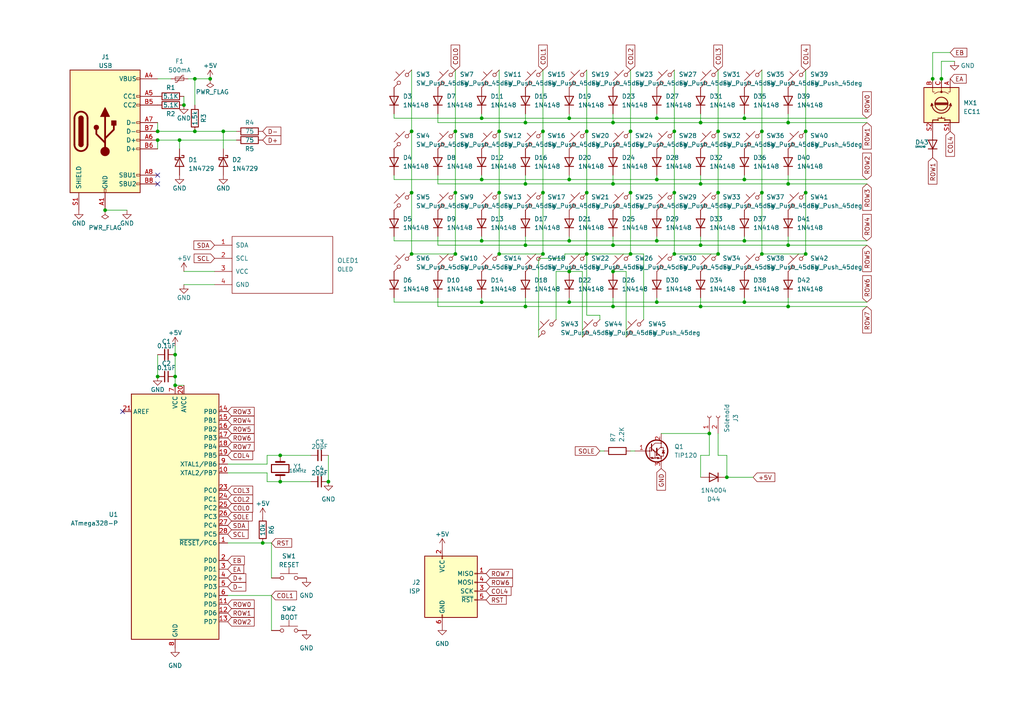
<source format=kicad_sch>
(kicad_sch (version 20211123) (generator eeschema)
  (paper "A4")
  (junction (at 119.38 55.88))
  (junction (at 190.5 87.63))
  (junction (at 152.4 35.56))
  (junction (at 165.1 78.74))
  (junction (at 165.1 34.29))
  (junction (at 64.77 38.1) (diameter 0.9144))
  (junction (at 170.18 73.66))
  (junction (at 76.2 157.48) (diameter 0.9144))
  (junction (at 81.28 139.7) (diameter 0.9144))
  (junction (at 157.48 55.88))
  (junction (at 45.72 38.1) (diameter 0.9144))
  (junction (at 228.6 35.56))
  (junction (at 177.8 71.12))
  (junction (at 52.07 40.64) (diameter 0.9144))
  (junction (at 208.28 38.1))
  (junction (at 56.515 38.1) (diameter 0.9144))
  (junction (at 220.98 73.66))
  (junction (at 270.51 22.86) (diameter 0.9144))
  (junction (at 119.38 73.66))
  (junction (at 233.68 73.66))
  (junction (at 60.96 22.86) (diameter 0.9144))
  (junction (at 165.1 52.07))
  (junction (at 228.6 88.9))
  (junction (at 190.5 69.85))
  (junction (at 177.8 78.74))
  (junction (at 165.1 69.85))
  (junction (at 220.98 55.88))
  (junction (at 205.74 125.73))
  (junction (at 144.78 73.66))
  (junction (at 273.05 22.86) (diameter 0.9144))
  (junction (at 139.7 87.63))
  (junction (at 165.1 87.63))
  (junction (at 95.25 139.7) (diameter 0.9144))
  (junction (at 182.88 55.88))
  (junction (at 233.68 55.88))
  (junction (at 53.34 30.48) (diameter 0.9144))
  (junction (at 152.4 71.12))
  (junction (at 177.8 53.34))
  (junction (at 195.58 73.66))
  (junction (at 203.2 35.56))
  (junction (at 139.7 34.29))
  (junction (at 190.5 52.07))
  (junction (at 132.08 38.1))
  (junction (at 144.78 55.88))
  (junction (at 203.2 53.34))
  (junction (at 203.2 71.12))
  (junction (at 208.28 73.66))
  (junction (at 50.8 111.76) (diameter 0.9144))
  (junction (at 215.9 69.85))
  (junction (at 119.38 38.1))
  (junction (at 144.78 38.1))
  (junction (at 157.48 73.66))
  (junction (at 177.8 88.9))
  (junction (at 45.72 109.22) (diameter 0.9144))
  (junction (at 208.28 55.88))
  (junction (at 170.18 38.1))
  (junction (at 210.82 138.43))
  (junction (at 203.2 88.9))
  (junction (at 132.08 55.88))
  (junction (at 50.8 102.87) (diameter 0.9144))
  (junction (at 30.48 60.96) (diameter 0.9144))
  (junction (at 50.8 109.22) (diameter 0.9144))
  (junction (at 139.7 69.85))
  (junction (at 215.9 87.63))
  (junction (at 170.18 55.88))
  (junction (at 56.515 22.86) (diameter 0.9144))
  (junction (at 190.5 34.29))
  (junction (at 157.48 38.1))
  (junction (at 233.68 38.1))
  (junction (at 220.98 38.1))
  (junction (at 215.9 52.07))
  (junction (at 215.9 34.29))
  (junction (at 81.28 132.08) (diameter 0.9144))
  (junction (at 45.72 40.64) (diameter 0.9144))
  (junction (at 132.08 73.66))
  (junction (at 139.7 52.07))
  (junction (at 152.4 53.34))
  (junction (at 228.6 71.12))
  (junction (at 182.88 38.1))
  (junction (at 228.6 53.34))
  (junction (at 177.8 35.56))
  (junction (at 195.58 55.88))
  (junction (at 152.4 88.9))
  (junction (at 182.88 73.66))
  (junction (at 195.58 38.1))
  (no_connect (at 45.72 53.34))
  (no_connect (at 45.72 50.8))
  (no_connect (at 35.56 119.38))
  (wire (pts (xy 53.34 27.94) (xy 53.34 30.48)))
  (wire (pts (xy 195.58 38.1) (xy 195.58 55.88)))
  (wire (pts (xy 56.515 38.1) (xy 64.77 38.1)))
  (wire (pts (xy 270.51 24.13) (xy 270.51 22.86)))
  (wire (pts (xy 228.6 71.12) (xy 251.46 71.12)))
  (wire (pts (xy 139.7 50.8) (xy 139.7 52.07)))
  (wire (pts (xy 233.68 20.32) (xy 233.68 38.1)))
  (wire (pts (xy 139.7 87.63) (xy 165.1 87.63)))
  (wire (pts (xy 190.5 86.36) (xy 190.5 87.63)))
  (wire (pts (xy 190.5 33.02) (xy 190.5 34.29)))
  (wire (pts (xy 144.78 38.1) (xy 144.78 55.88)))
  (wire (pts (xy 165.1 68.58) (xy 165.1 69.85)))
  (wire (pts (xy 203.2 88.9) (xy 228.6 88.9)))
  (wire (pts (xy 152.4 53.34) (xy 177.8 53.34)))
  (wire (pts (xy 156.21 97.79) (xy 156.21 74.93)))
  (wire (pts (xy 170.18 20.32) (xy 170.18 38.1)))
  (wire (pts (xy 56.515 22.86) (xy 60.96 22.86)))
  (wire (pts (xy 127 50.8) (xy 127 53.34)))
  (wire (pts (xy 203.2 71.12) (xy 228.6 71.12)))
  (wire (pts (xy 77.47 139.7) (xy 81.28 139.7)))
  (wire (pts (xy 95.25 132.08) (xy 95.25 139.7)))
  (wire (pts (xy 165.1 50.8) (xy 165.1 52.07)))
  (wire (pts (xy 195.58 55.88) (xy 195.58 73.66)))
  (wire (pts (xy 114.3 34.29) (xy 139.7 34.29)))
  (wire (pts (xy 208.28 38.1) (xy 208.28 55.88)))
  (wire (pts (xy 203.2 33.02) (xy 203.2 35.56)))
  (wire (pts (xy 215.9 68.58) (xy 215.9 69.85)))
  (wire (pts (xy 139.7 52.07) (xy 165.1 52.07)))
  (wire (pts (xy 49.53 22.86) (xy 45.72 22.86)))
  (wire (pts (xy 182.88 20.32) (xy 182.88 38.1)))
  (wire (pts (xy 177.8 50.8) (xy 177.8 53.34)))
  (wire (pts (xy 127 68.58) (xy 127 71.12)))
  (wire (pts (xy 53.34 111.76) (xy 50.8 111.76)))
  (wire (pts (xy 81.28 132.08) (xy 90.17 132.08)))
  (wire (pts (xy 163.83 73.66) (xy 170.18 73.66)))
  (wire (pts (xy 161.29 78.74) (xy 165.1 78.74)))
  (wire (pts (xy 50.8 109.22) (xy 50.8 102.87)))
  (wire (pts (xy 233.68 38.1) (xy 233.68 55.88)))
  (wire (pts (xy 165.1 78.74) (xy 168.91 78.74)))
  (wire (pts (xy 210.82 138.43) (xy 218.44 138.43)))
  (wire (pts (xy 78.74 157.48) (xy 76.2 157.48)))
  (wire (pts (xy 215.9 52.07) (xy 251.46 52.07)))
  (wire (pts (xy 64.77 38.1) (xy 64.77 43.18)))
  (wire (pts (xy 127 86.36) (xy 127 88.9)))
  (wire (pts (xy 228.6 50.8) (xy 228.6 53.34)))
  (wire (pts (xy 177.8 35.56) (xy 203.2 35.56)))
  (wire (pts (xy 220.98 73.66) (xy 233.68 73.66)))
  (wire (pts (xy 205.74 125.73) (xy 205.74 132.08)))
  (wire (pts (xy 52.07 40.64) (xy 52.07 43.18)))
  (wire (pts (xy 165.1 33.02) (xy 165.1 34.29)))
  (wire (pts (xy 45.72 102.87) (xy 45.72 109.22)))
  (wire (pts (xy 203.2 68.58) (xy 203.2 71.12)))
  (wire (pts (xy 233.68 55.88) (xy 233.68 73.66)))
  (wire (pts (xy 161.29 92.71) (xy 161.29 78.74)))
  (wire (pts (xy 139.7 33.02) (xy 139.7 34.29)))
  (wire (pts (xy 78.74 157.48) (xy 78.74 167.64)))
  (wire (pts (xy 139.7 68.58) (xy 139.7 69.85)))
  (wire (pts (xy 81.28 139.7) (xy 90.17 139.7)))
  (wire (pts (xy 203.2 35.56) (xy 228.6 35.56)))
  (wire (pts (xy 114.3 52.07) (xy 139.7 52.07)))
  (wire (pts (xy 177.8 33.02) (xy 177.8 35.56)))
  (wire (pts (xy 152.4 71.12) (xy 177.8 71.12)))
  (wire (pts (xy 163.83 74.93) (xy 163.83 73.66)))
  (wire (pts (xy 114.3 86.36) (xy 114.3 87.63)))
  (wire (pts (xy 78.74 172.72) (xy 78.74 182.88)))
  (wire (pts (xy 215.9 34.29) (xy 251.46 34.29)))
  (wire (pts (xy 273.05 24.13) (xy 273.05 22.86)))
  (wire (pts (xy 181.61 97.79) (xy 181.61 78.74)))
  (wire (pts (xy 208.28 55.88) (xy 208.28 73.66)))
  (wire (pts (xy 228.6 88.9) (xy 251.46 88.9)))
  (wire (pts (xy 66.04 157.48) (xy 76.2 157.48)))
  (wire (pts (xy 170.18 73.66) (xy 182.88 73.66)))
  (wire (pts (xy 77.47 134.62) (xy 77.47 132.08)))
  (wire (pts (xy 228.6 35.56) (xy 251.46 35.56)))
  (wire (pts (xy 215.9 87.63) (xy 251.46 87.63)))
  (wire (pts (xy 45.72 40.64) (xy 45.72 43.18)))
  (wire (pts (xy 114.3 87.63) (xy 139.7 87.63)))
  (wire (pts (xy 50.8 100.33) (xy 50.8 102.87)))
  (wire (pts (xy 139.7 86.36) (xy 139.7 87.63)))
  (wire (pts (xy 36.83 60.96) (xy 30.48 60.96)))
  (wire (pts (xy 203.2 53.34) (xy 228.6 53.34)))
  (wire (pts (xy 45.72 35.56) (xy 45.72 38.1)))
  (wire (pts (xy 144.78 73.66) (xy 157.48 73.66)))
  (wire (pts (xy 273.05 22.86) (xy 273.05 17.78)))
  (wire (pts (xy 203.2 86.36) (xy 203.2 88.9)))
  (wire (pts (xy 127 35.56) (xy 152.4 35.56)))
  (wire (pts (xy 119.38 20.32) (xy 119.38 38.1)))
  (wire (pts (xy 182.88 38.1) (xy 182.88 55.88)))
  (wire (pts (xy 190.5 34.29) (xy 215.9 34.29)))
  (wire (pts (xy 270.51 15.24) (xy 270.51 22.86)))
  (wire (pts (xy 139.7 69.85) (xy 165.1 69.85)))
  (wire (pts (xy 190.5 87.63) (xy 215.9 87.63)))
  (wire (pts (xy 215.9 50.8) (xy 215.9 52.07)))
  (wire (pts (xy 170.18 91.44) (xy 170.18 73.66)))
  (wire (pts (xy 173.99 92.71) (xy 173.99 91.44)))
  (wire (pts (xy 177.8 68.58) (xy 177.8 71.12)))
  (wire (pts (xy 152.4 35.56) (xy 177.8 35.56)))
  (wire (pts (xy 52.07 40.64) (xy 68.58 40.64)))
  (wire (pts (xy 228.6 33.02) (xy 228.6 35.56)))
  (wire (pts (xy 139.7 34.29) (xy 165.1 34.29)))
  (wire (pts (xy 152.4 50.8) (xy 152.4 53.34)))
  (wire (pts (xy 45.72 40.64) (xy 52.07 40.64)))
  (wire (pts (xy 64.77 38.1) (xy 68.58 38.1)))
  (wire (pts (xy 173.99 130.81) (xy 175.26 130.81)))
  (wire (pts (xy 203.2 132.08) (xy 203.2 138.43)))
  (wire (pts (xy 195.58 20.32) (xy 195.58 38.1)))
  (wire (pts (xy 132.08 20.32) (xy 132.08 38.1)))
  (wire (pts (xy 45.72 38.1) (xy 56.515 38.1)))
  (wire (pts (xy 157.48 38.1) (xy 157.48 55.88)))
  (wire (pts (xy 127 53.34) (xy 152.4 53.34)))
  (wire (pts (xy 165.1 34.29) (xy 190.5 34.29)))
  (wire (pts (xy 66.04 137.16) (xy 77.47 137.16)))
  (wire (pts (xy 77.47 132.08) (xy 81.28 132.08)))
  (wire (pts (xy 195.58 73.66) (xy 208.28 73.66)))
  (wire (pts (xy 127 88.9) (xy 152.4 88.9)))
  (wire (pts (xy 170.18 38.1) (xy 170.18 55.88)))
  (wire (pts (xy 77.47 137.16) (xy 77.47 139.7)))
  (wire (pts (xy 210.82 132.08) (xy 208.28 132.08)))
  (wire (pts (xy 157.48 55.88) (xy 157.48 73.66)))
  (wire (pts (xy 144.78 20.32) (xy 144.78 38.1)))
  (wire (pts (xy 157.48 20.32) (xy 157.48 38.1)))
  (wire (pts (xy 177.8 86.36) (xy 177.8 88.9)))
  (wire (pts (xy 165.1 86.36) (xy 165.1 87.63)))
  (wire (pts (xy 177.8 88.9) (xy 203.2 88.9)))
  (wire (pts (xy 215.9 69.85) (xy 251.46 69.85)))
  (wire (pts (xy 132.08 55.88) (xy 132.08 73.66)))
  (wire (pts (xy 152.4 86.36) (xy 152.4 88.9)))
  (wire (pts (xy 215.9 33.02) (xy 215.9 34.29)))
  (wire (pts (xy 208.28 20.32) (xy 208.28 38.1)))
  (wire (pts (xy 152.4 68.58) (xy 152.4 71.12)))
  (wire (pts (xy 186.69 73.66) (xy 186.69 92.71)))
  (wire (pts (xy 119.38 38.1) (xy 119.38 55.88)))
  (wire (pts (xy 205.74 132.08) (xy 203.2 132.08)))
  (wire (pts (xy 132.08 38.1) (xy 132.08 55.88)))
  (wire (pts (xy 53.34 78.74) (xy 62.23 78.74)))
  (wire (pts (xy 177.8 71.12) (xy 203.2 71.12)))
  (wire (pts (xy 215.9 86.36) (xy 215.9 87.63)))
  (wire (pts (xy 220.98 55.88) (xy 220.98 73.66)))
  (wire (pts (xy 168.91 78.74) (xy 168.91 97.79)))
  (wire (pts (xy 165.1 52.07) (xy 190.5 52.07)))
  (wire (pts (xy 182.88 130.81) (xy 184.15 130.81)))
  (wire (pts (xy 203.2 50.8) (xy 203.2 53.34)))
  (wire (pts (xy 114.3 69.85) (xy 139.7 69.85)))
  (wire (pts (xy 152.4 33.02) (xy 152.4 35.56)))
  (wire (pts (xy 190.5 50.8) (xy 190.5 52.07)))
  (wire (pts (xy 127 33.02) (xy 127 35.56)))
  (wire (pts (xy 173.99 91.44) (xy 170.18 91.44)))
  (wire (pts (xy 144.78 55.88) (xy 144.78 73.66)))
  (wire (pts (xy 127 71.12) (xy 152.4 71.12)))
  (wire (pts (xy 66.04 134.62) (xy 77.47 134.62)))
  (wire (pts (xy 182.88 55.88) (xy 182.88 73.66)))
  (wire (pts (xy 270.51 15.24) (xy 275.59 15.24)))
  (wire (pts (xy 191.77 125.73) (xy 205.74 125.73)))
  (wire (pts (xy 53.34 82.55) (xy 62.23 82.55)))
  (wire (pts (xy 273.05 17.78) (xy 276.86 17.78)))
  (wire (pts (xy 177.8 53.34) (xy 203.2 53.34)))
  (wire (pts (xy 54.61 22.86) (xy 56.515 22.86)))
  (wire (pts (xy 220.98 20.32) (xy 220.98 38.1)))
  (wire (pts (xy 177.8 78.74) (xy 181.61 78.74)))
  (wire (pts (xy 50.8 111.76) (xy 50.8 109.22)))
  (wire (pts (xy 190.5 69.85) (xy 215.9 69.85)))
  (wire (pts (xy 190.5 52.07) (xy 215.9 52.07)))
  (wire (pts (xy 210.82 138.43) (xy 210.82 132.08)))
  (wire (pts (xy 114.3 68.58) (xy 114.3 69.85)))
  (wire (pts (xy 165.1 87.63) (xy 190.5 87.63)))
  (wire (pts (xy 165.1 69.85) (xy 190.5 69.85)))
  (wire (pts (xy 119.38 55.88) (xy 119.38 73.66)))
  (wire (pts (xy 208.28 132.08) (xy 208.28 125.73)))
  (wire (pts (xy 190.5 68.58) (xy 190.5 69.85)))
  (wire (pts (xy 220.98 38.1) (xy 220.98 55.88)))
  (wire (pts (xy 156.21 74.93) (xy 163.83 74.93)))
  (wire (pts (xy 228.6 53.34) (xy 251.46 53.34)))
  (wire (pts (xy 170.18 55.88) (xy 170.18 73.66)))
  (wire (pts (xy 228.6 68.58) (xy 228.6 71.12)))
  (wire (pts (xy 114.3 33.02) (xy 114.3 34.29)))
  (wire (pts (xy 228.6 86.36) (xy 228.6 88.9)))
  (wire (pts (xy 182.88 73.66) (xy 186.69 73.66)))
  (wire (pts (xy 119.38 73.66) (xy 132.08 73.66)))
  (wire (pts (xy 66.04 172.72) (xy 78.74 172.72)))
  (wire (pts (xy 152.4 88.9) (xy 177.8 88.9)))
  (wire (pts (xy 56.515 22.86) (xy 56.515 30.48)))
  (wire (pts (xy 114.3 50.8) (xy 114.3 52.07)))
  (global_label "ROW1" (shape input) (at 66.04 177.8 0) (property "Intersheet References" "${INTERSHEET_REFS}" (effects hide)))
  (global_label "SOLE" (shape input) (at 173.99 130.81 180) (property "Intersheet References" "${INTERSHEET_REFS}" (effects hide)))
  (global_label "EA" (shape input) (at 275.59 22.86 0) (property "Intersheet References" "${INTERSHEET_REFS}" (effects hide)))
  (global_label "ROW5" (shape input) (at 66.04 124.46 0) (property "Intersheet References" "${INTERSHEET_REFS}" (effects hide)))
  (global_label "D+" (shape input) (at 66.04 167.64 0) (property "Intersheet References" "${INTERSHEET_REFS}" (effects hide)))
  (global_label "ROW4" (shape input) (at 251.46 69.85 90) (property "Intersheet References" "${INTERSHEET_REFS}" (effects hide)))
  (global_label "ROW7" (shape input) (at 140.97 166.37 0) (property "Intersheet References" "${INTERSHEET_REFS}" (effects hide)))
  (global_label "GND" (shape input) (at 191.77 135.89 270) (property "Intersheet References" "${INTERSHEET_REFS}" (effects hide)))
  (global_label "ROW7" (shape input) (at 251.46 88.9 270) (property "Intersheet References" "${INTERSHEET_REFS}" (effects hide)))
  (global_label "SCL" (shape input) (at 62.23 74.93 180) (property "Intersheet References" "${INTERSHEET_REFS}" (effects hide)))
  (global_label "ROW1" (shape input) (at 270.51 45.72 270) (property "Intersheet References" "${INTERSHEET_REFS}" (effects hide)))
  (global_label "COL2" (shape input) (at 182.88 20.32 90) (property "Intersheet References" "${INTERSHEET_REFS}" (effects hide)))
  (global_label "COL3" (shape input) (at 66.04 142.24 0) (property "Intersheet References" "${INTERSHEET_REFS}" (effects hide)))
  (global_label "EB" (shape input) (at 66.04 162.56 0) (property "Intersheet References" "${INTERSHEET_REFS}" (effects hide)))
  (global_label "COL4" (shape input) (at 66.04 132.08 0) (property "Intersheet References" "${INTERSHEET_REFS}" (effects hide)))
  (global_label "COL3" (shape input) (at 208.28 20.32 90) (property "Intersheet References" "${INTERSHEET_REFS}" (effects hide)))
  (global_label "ROW6" (shape input) (at 140.97 168.91 0) (property "Intersheet References" "${INTERSHEET_REFS}" (effects hide)))
  (global_label "ROW3" (shape input) (at 66.04 119.38 0) (property "Intersheet References" "${INTERSHEET_REFS}" (effects hide)))
  (global_label "COL4" (shape input) (at 275.59 38.1 270) (property "Intersheet References" "${INTERSHEET_REFS}" (effects hide)))
  (global_label "COL1" (shape input) (at 78.74 172.72 0) (property "Intersheet References" "${INTERSHEET_REFS}" (effects hide)))
  (global_label "ROW7" (shape input) (at 66.04 129.54 0) (property "Intersheet References" "${INTERSHEET_REFS}" (effects hide)))
  (global_label "D-" (shape input) (at 66.04 170.18 0) (property "Intersheet References" "${INTERSHEET_REFS}" (effects hide)))
  (global_label "ROW0" (shape input) (at 66.04 175.26 0) (property "Intersheet References" "${INTERSHEET_REFS}" (effects hide)))
  (global_label "SOLE" (shape input) (at 66.04 149.86 0) (property "Intersheet References" "${INTERSHEET_REFS}" (effects hide)))
  (global_label "COL1" (shape input) (at 157.48 20.32 90) (property "Intersheet References" "${INTERSHEET_REFS}" (effects hide)))
  (global_label "D-" (shape input) (at 76.2 38.1 0) (property "Intersheet References" "${INTERSHEET_REFS}" (effects hide)))
  (global_label "EB" (shape input) (at 275.59 15.24 0) (property "Intersheet References" "${INTERSHEET_REFS}" (effects hide)))
  (global_label "ROW4" (shape input) (at 66.04 121.92 0) (property "Intersheet References" "${INTERSHEET_REFS}" (effects hide)))
  (global_label "EA" (shape input) (at 66.04 165.1 0) (property "Intersheet References" "${INTERSHEET_REFS}" (effects hide)))
  (global_label "SDA" (shape input) (at 66.04 152.4 0) (property "Intersheet References" "${INTERSHEET_REFS}" (effects hide)))
  (global_label "ROW0" (shape input) (at 251.46 34.29 90) (property "Intersheet References" "${INTERSHEET_REFS}" (effects hide)))
  (global_label "+5V" (shape input) (at 218.44 138.43 0) (property "Intersheet References" "${INTERSHEET_REFS}" (effects hide)))
  (global_label "RST" (shape input) (at 78.74 157.48 0) (property "Intersheet References" "${INTERSHEET_REFS}" (effects hide)))
  (global_label "COL4" (shape input) (at 140.97 171.45 0) (property "Intersheet References" "${INTERSHEET_REFS}" (effects hide)))
  (global_label "ROW2" (shape input) (at 66.04 180.34 0) (property "Intersheet References" "${INTERSHEET_REFS}" (effects hide)))
  (global_label "ROW6" (shape input) (at 66.04 127 0) (property "Intersheet References" "${INTERSHEET_REFS}" (effects hide)))
  (global_label "ROW5" (shape input) (at 251.46 71.12 270) (property "Intersheet References" "${INTERSHEET_REFS}" (effects hide)))
  (global_label "COL0" (shape input) (at 132.08 20.32 90) (property "Intersheet References" "${INTERSHEET_REFS}" (effects hide)))
  (global_label "COL0" (shape input) (at 66.04 147.32 0) (property "Intersheet References" "${INTERSHEET_REFS}" (effects hide)))
  (global_label "D+" (shape input) (at 76.2 40.64 0) (property "Intersheet References" "${INTERSHEET_REFS}" (effects hide)))
  (global_label "ROW1" (shape input) (at 251.46 35.56 270) (property "Intersheet References" "${INTERSHEET_REFS}" (effects hide)))
  (global_label "RST" (shape input) (at 140.97 173.99 0) (property "Intersheet References" "${INTERSHEET_REFS}" (effects hide)))
  (global_label "ROW6" (shape input) (at 251.46 87.63 90) (property "Intersheet References" "${INTERSHEET_REFS}" (effects hide)))
  (global_label "SCL" (shape input) (at 66.04 154.94 0) (property "Intersheet References" "${INTERSHEET_REFS}" (effects hide)))
  (global_label "ROW2" (shape input) (at 251.46 52.07 90) (property "Intersheet References" "${INTERSHEET_REFS}" (effects hide)))
  (global_label "ROW3" (shape input) (at 251.46 53.34 270) (property "Intersheet References" "${INTERSHEET_REFS}" (effects hide)))
  (global_label "SDA" (shape input) (at 62.23 71.12 180) (property "Intersheet References" "${INTERSHEET_REFS}" (effects hide)))
  (global_label "COL4" (shape input) (at 233.68 20.32 90) (property "Intersheet References" "${INTERSHEET_REFS}" (effects hide)))
  (global_label "COL2" (shape input) (at 66.04 144.78 0) (property "Intersheet References" "${INTERSHEET_REFS}" (effects hide)))
  (symbol (lib_id "Device:RotaryEncoder_Switch") (at 273.05 30.48 270) (unit 1)
    (property "Reference" "MX1" (at 279.4 29.8449 90) (effects (justify left)))
    (property "Value" "EC11" (at 279.4 32.3849 90) (effects (justify left)))
    (property "Footprint" "Rotary_Encoder:RotaryEncoder_Alps_EC11E-Switch_Vertical_H20mm" (effects hide))
    (property "Part Nb." "amz" (effects hide))
  )
  (symbol (lib_id "Switch:SW_Push_45deg") (at 116.84 76.2 90) (unit 1)
    (property "Reference" "SW6" (at 120.65 74.9299 90) (effects (justify right)))
    (property "Value" "SW_Push_45deg" (at 120.65 77.4699 90) (effects (justify right)))
    (property "Footprint" "beibob:SW_Cherry_MX_1.00u_PCB" (effects hide))
  )
  (symbol (lib_id "Switch:SW_Push_45deg") (at 142.24 58.42 90) (unit 1)
    (property "Reference" "SW13" (at 146.05 57.1499 90) (effects (justify right)))
    (property "Value" "SW_Push_45deg" (at 146.05 59.6899 90) (effects (justify right)))
    (property "Footprint" "beibob:SW_Cherry_MX_1.00u_PCB" (effects hide))
  )
  (symbol (lib_id "Device:R") (at 49.53 30.48 90) (unit 1)
    (property "Reference" "R2" (at 49.53 33.02 90))
    (property "Value" "5.1K" (at 49.53 30.48 90))
    (property "Footprint" "Resistor_THT:R_Axial_DIN0204_L3.6mm_D1.6mm_P5.08mm_Horizontal" (effects hide))
    (property "Part Nb." "C58676" (effects hide))
  )
  (symbol (lib_id "Diode:1N4148") (at 215.9 64.77 90) (unit 1)
    (property "Reference" "D37" (at 218.44 63.4999 90) (effects (justify right)))
    (property "Value" "1N4148" (at 218.44 66.0399 90) (effects (justify right)))
    (property "Footprint" "beibob:D_DO-35_SOD27_P7.62mm_Horizontal" (effects hide))
    (property "Datasheet" "https://assets.nexperia.com/documents/data-sheet/1N4148_1N4448.pdf" (effects hide))
  )
  (symbol (lib_id "Diode:1N4148") (at 177.8 46.99 90) (unit 1)
    (property "Reference" "D24" (at 180.34 45.7199 90) (effects (justify right)))
    (property "Value" "1N4148" (at 180.34 48.2599 90) (effects (justify right)))
    (property "Footprint" "beibob:D_DO-35_SOD27_P7.62mm_Horizontal" (effects hide))
    (property "Datasheet" "https://assets.nexperia.com/documents/data-sheet/1N4148_1N4448.pdf" (effects hide))
  )
  (symbol (lib_id "Switch:SW_Push") (at 83.82 167.64 0) (unit 1)
    (property "Reference" "SW1" (at 83.82 161.29 0))
    (property "Value" "RESET" (at 83.82 163.83 0))
    (property "Footprint" "Button_Switch_THT:SW_PUSH_6mm_H5mm" (effects hide))
    (property "Part Nb." "C127509 " (effects hide))
  )
  (symbol (lib_id "Switch:SW_Push_45deg") (at 205.74 58.42 90) (unit 1)
    (property "Reference" "SW33" (at 209.55 57.1499 90) (effects (justify right)))
    (property "Value" "SW_Push_45deg" (at 209.55 59.6899 90) (effects (justify right)))
    (property "Footprint" "beibob:SW_Cherry_MX_1.00u_PCB" (effects hide))
  )
  (symbol (lib_id "Diode:1N4148") (at 139.7 46.99 90) (unit 1)
    (property "Reference" "D12" (at 142.24 45.7199 90) (effects (justify right)))
    (property "Value" "1N4148" (at 142.24 48.2599 90) (effects (justify right)))
    (property "Footprint" "beibob:D_DO-35_SOD27_P7.62mm_Horizontal" (effects hide))
    (property "Datasheet" "https://assets.nexperia.com/documents/data-sheet/1N4148_1N4448.pdf" (effects hide))
  )
  (symbol (lib_id "Diode:1N4148") (at 270.51 41.91 90) (unit 1)
    (property "Reference" "D43" (at 265.43 41.2749 90) (effects (justify right)))
    (property "Value" "1N4148" (at 265.43 42.5449 90) (effects (font (size 0.5 0.5)) (justify right)))
    (property "Footprint" "beibob:D_DO-35_SOD27_P7.62mm_Horizontal" (effects hide))
    (property "Datasheet" "https://assets.nexperia.com/documents/data-sheet/1N4148_1N4448.pdf" (effects hide))
    (property "Part Nb." "C14538" (effects hide))
  )
  (symbol (lib_id "Device:D_Schottky") (at 52.07 46.99 270) (unit 1)
    (property "Reference" "D1" (at 54.61 46.3549 90) (effects (justify left)))
    (property "Value" "1N4729" (at 54.61 48.8949 90) (effects (justify left)))
    (property "Footprint" "Diode_THT:D_DO-41_SOD81_P7.62mm_Horizontal" (effects hide))
    (property "Part Nb." "C2532" (effects hide))
  )
  (symbol (lib_id "Diode:1N4148") (at 152.4 46.99 90) (unit 1)
    (property "Reference" "D16" (at 154.94 45.7199 90) (effects (justify right)))
    (property "Value" "1N4148" (at 154.94 48.2599 90) (effects (justify right)))
    (property "Footprint" "beibob:D_DO-35_SOD27_P7.62mm_Horizontal" (effects hide))
    (property "Datasheet" "https://assets.nexperia.com/documents/data-sheet/1N4148_1N4448.pdf" (effects hide))
  )
  (symbol (lib_id "Diode:1N4148") (at 139.7 29.21 90) (unit 1)
    (property "Reference" "D11" (at 142.24 27.9399 90) (effects (justify right)))
    (property "Value" "1N4148" (at 142.24 30.4799 90) (effects (justify right)))
    (property "Footprint" "beibob:D_DO-35_SOD27_P7.62mm_Horizontal" (effects hide))
    (property "Datasheet" "https://assets.nexperia.com/documents/data-sheet/1N4148_1N4448.pdf" (effects hide))
  )
  (symbol (lib_id "power:GND") (at 64.77 50.8 0) (unit 1)
    (property "Reference" "#PWR0109" (effects hide))
    (property "Value" "GND" (at 64.77 54.61 0))
  )
  (symbol (lib_id "power:GND") (at 52.07 50.8 0) (unit 1)
    (property "Reference" "#PWR0110" (effects hide))
    (property "Value" "GND" (at 52.07 54.61 0))
  )
  (symbol (lib_id "Switch:SW_Push_45deg") (at 205.74 40.64 90) (unit 1)
    (property "Reference" "SW32" (at 209.55 39.3699 90) (effects (justify right)))
    (property "Value" "SW_Push_45deg" (at 209.55 41.9099 90) (effects (justify right)))
    (property "Footprint" "beibob:SW_Cherry_MX_1.00u_PCB" (effects hide))
  )
  (symbol (lib_id "Diode:1N4148") (at 190.5 46.99 90) (unit 1)
    (property "Reference" "D28" (at 193.04 45.7199 90) (effects (justify right)))
    (property "Value" "1N4148" (at 193.04 48.2599 90) (effects (justify right)))
    (property "Footprint" "beibob:D_DO-35_SOD27_P7.62mm_Horizontal" (effects hide))
    (property "Datasheet" "https://assets.nexperia.com/documents/data-sheet/1N4148_1N4448.pdf" (effects hide))
  )
  (symbol (lib_id "Switch:SW_Push_45deg") (at 167.64 22.86 90) (unit 1)
    (property "Reference" "SW19" (at 171.45 21.5899 90) (effects (justify right)))
    (property "Value" "SW_Push_45deg" (at 171.45 24.1299 90) (effects (justify right)))
    (property "Footprint" "beibob:SW_Cherry_MX_1.00u_PCB" (effects hide))
  )
  (symbol (lib_id "Diode:1N4148") (at 114.3 29.21 90) (unit 1)
    (property "Reference" "D3" (at 116.84 27.9399 90) (effects (justify right)))
    (property "Value" "1N4148" (at 116.84 30.4799 90) (effects (justify right)))
    (property "Footprint" "beibob:D_DO-35_SOD27_P7.62mm_Horizontal" (effects hide))
    (property "Datasheet" "https://assets.nexperia.com/documents/data-sheet/1N4148_1N4448.pdf" (effects hide))
  )
  (symbol (lib_id "Switch:SW_Push_45deg") (at 154.94 58.42 90) (unit 1)
    (property "Reference" "SW17" (at 158.75 57.1499 90) (effects (justify right)))
    (property "Value" "SW_Push_45deg" (at 158.75 59.6899 90) (effects (justify right)))
    (property "Footprint" "beibob:SW_Cherry_MX_1.00u_PCB" (effects hide))
  )
  (symbol (lib_id "Diode:1N4148") (at 127 82.55 90) (unit 1)
    (property "Reference" "D10" (at 129.54 81.2799 90) (effects (justify right)))
    (property "Value" "1N4148" (at 129.54 83.8199 90) (effects (justify right)))
    (property "Footprint" "beibob:D_DO-35_SOD27_P7.62mm_Horizontal" (effects hide))
    (property "Datasheet" "https://assets.nexperia.com/documents/data-sheet/1N4148_1N4448.pdf" (effects hide))
  )
  (symbol (lib_id "Switch:SW_Push_45deg") (at 180.34 22.86 90) (unit 1)
    (property "Reference" "SW23" (at 184.15 21.5899 90) (effects (justify right)))
    (property "Value" "SW_Push_45deg" (at 184.15 24.1299 90) (effects (justify right)))
    (property "Footprint" "beibob:SW_Cherry_MX_1.00u_PCB" (effects hide))
  )
  (symbol (lib_id "Diode:1N4148") (at 203.2 64.77 90) (unit 1)
    (property "Reference" "D33" (at 205.74 63.4999 90) (effects (justify right)))
    (property "Value" "1N4148" (at 205.74 66.0399 90) (effects (justify right)))
    (property "Footprint" "beibob:D_DO-35_SOD27_P7.62mm_Horizontal" (effects hide))
    (property "Datasheet" "https://assets.nexperia.com/documents/data-sheet/1N4148_1N4448.pdf" (effects hide))
  )
  (symbol (lib_id "Device:C_Small") (at 48.26 102.87 270) (unit 1)
    (property "Reference" "C1" (at 48.26 99.06 90))
    (property "Value" "0.1uF" (at 48.26 100.33 90))
    (property "Footprint" "Capacitor_THT:C_Disc_D5.0mm_W2.5mm_P5.00mm" (effects hide))
    (property "Part Nb." "C277965" (effects hide))
  )
  (symbol (lib_id "Device:R") (at 179.07 130.81 270) (unit 1)
    (property "Reference" "R7" (at 177.7999 128.27 0) (effects (justify right)))
    (property "Value" "2.2K" (at 180.3399 128.27 0) (effects (justify right)))
    (property "Footprint" "Resistor_THT:R_Axial_DIN0204_L3.6mm_D1.6mm_P5.08mm_Horizontal" (effects hide))
  )
  (symbol (lib_id "Switch:SW_Push_45deg") (at 116.84 58.42 90) (unit 1)
    (property "Reference" "SW5" (at 120.65 57.1499 90) (effects (justify right)))
    (property "Value" "SW_Push_45deg" (at 120.65 59.6899 90) (effects (justify right)))
    (property "Footprint" "beibob:SW_Cherry_MX_1.00u_PCB" (effects hide))
  )
  (symbol (lib_id "Device:C_Small") (at 92.71 132.08 270) (unit 1)
    (property "Reference" "C3" (at 92.71 128.27 90))
    (property "Value" "20pF" (at 92.71 129.54 90))
    (property "Footprint" "Capacitor_THT:C_Disc_D3.0mm_W1.6mm_P2.50mm" (effects hide))
    (property "Part Nb." "C254096" (effects hide))
  )
  (symbol (lib_id "power:GND") (at 128.27 181.61 0) (unit 1)
    (property "Reference" "#PWR0116" (effects hide))
    (property "Value" "GND" (at 128.27 186.69 0))
  )
  (symbol (lib_id "Connector:Conn_01x02_Female") (at 205.74 120.65 90) (unit 1)
    (property "Reference" "J3" (at 213.36 121.285 0))
    (property "Value" "Solenoid" (at 210.82 121.285 0))
    (property "Footprint" "Connector_JST:JST_EH_S2B-EH_1x02_P2.50mm_Horizontal" (effects hide))
  )
  (symbol (lib_id "Diode:1N4148") (at 190.5 29.21 90) (unit 1)
    (property "Reference" "D27" (at 193.04 27.9399 90) (effects (justify right)))
    (property "Value" "1N4148" (at 193.04 30.4799 90) (effects (justify right)))
    (property "Footprint" "beibob:D_DO-35_SOD27_P7.62mm_Horizontal" (effects hide))
    (property "Datasheet" "https://assets.nexperia.com/documents/data-sheet/1N4148_1N4448.pdf" (effects hide))
  )
  (symbol (lib_id "Switch:SW_Push_45deg") (at 231.14 22.86 90) (unit 1)
    (property "Reference" "SW39" (at 234.95 21.5899 90) (effects (justify right)))
    (property "Value" "SW_Push_45deg" (at 234.95 24.1299 90) (effects (justify right)))
    (property "Footprint" "beibob:SW_Cherry_MX_1.00u_PCB" (effects hide))
  )
  (symbol (lib_id "Switch:SW_Push_45deg") (at 142.24 22.86 90) (unit 1)
    (property "Reference" "SW11" (at 146.05 21.5899 90) (effects (justify right)))
    (property "Value" "SW_Push_45deg" (at 146.05 24.1299 90) (effects (justify right)))
    (property "Footprint" "beibob:SW_Cherry_MX_1.00u_PCB" (effects hide))
  )
  (symbol (lib_id "Diode:1N4148") (at 215.9 29.21 90) (unit 1)
    (property "Reference" "D35" (at 218.44 27.9399 90) (effects (justify right)))
    (property "Value" "1N4148" (at 218.44 30.4799 90) (effects (justify right)))
    (property "Footprint" "beibob:D_DO-35_SOD27_P7.62mm_Horizontal" (effects hide))
    (property "Datasheet" "https://assets.nexperia.com/documents/data-sheet/1N4148_1N4448.pdf" (effects hide))
  )
  (symbol (lib_id "Device:R") (at 72.39 40.64 90) (unit 1)
    (property "Reference" "R5" (at 72.39 43.18 90))
    (property "Value" "75" (at 72.39 40.64 90))
    (property "Footprint" "Resistor_THT:R_Axial_DIN0204_L3.6mm_D1.6mm_P5.08mm_Horizontal" (effects hide))
    (property "Part Nb." "C713897" (effects hide))
  )
  (symbol (lib_id "Diode:1N4148") (at 114.3 46.99 90) (unit 1)
    (property "Reference" "D4" (at 116.84 45.7199 90) (effects (justify right)))
    (property "Value" "1N4148" (at 116.84 48.2599 90) (effects (justify right)))
    (property "Footprint" "beibob:D_DO-35_SOD27_P7.62mm_Horizontal" (effects hide))
    (property "Datasheet" "https://assets.nexperia.com/documents/data-sheet/1N4148_1N4448.pdf" (effects hide))
  )
  (symbol (lib_id "Diode:1N4148") (at 114.3 82.55 90) (unit 1)
    (property "Reference" "D6" (at 116.84 81.2799 90) (effects (justify right)))
    (property "Value" "1N4148" (at 116.84 83.8199 90) (effects (justify right)))
    (property "Footprint" "beibob:D_DO-35_SOD27_P7.62mm_Horizontal" (effects hide))
    (property "Datasheet" "https://assets.nexperia.com/documents/data-sheet/1N4148_1N4448.pdf" (effects hide))
  )
  (symbol (lib_id "Switch:SW_Push_45deg") (at 154.94 76.2 90) (unit 1)
    (property "Reference" "SW18" (at 158.75 74.9299 90) (effects (justify right)))
    (property "Value" "SW_Push_45deg" (at 158.75 77.4699 90) (effects (justify right)))
    (property "Footprint" "beibob:SW_Cherry_MX_1.00u_PCB" (effects hide))
  )
  (symbol (lib_id "Diode:1N4148") (at 165.1 29.21 90) (unit 1)
    (property "Reference" "D19" (at 167.64 27.9399 90) (effects (justify right)))
    (property "Value" "1N4148" (at 167.64 30.4799 90) (effects (justify right)))
    (property "Footprint" "beibob:D_DO-35_SOD27_P7.62mm_Horizontal" (effects hide))
    (property "Datasheet" "https://assets.nexperia.com/documents/data-sheet/1N4148_1N4448.pdf" (effects hide))
  )
  (symbol (lib_id "Diode:1N4148") (at 177.8 82.55 90) (unit 1)
    (property "Reference" "D26" (at 180.34 81.2799 90) (effects (justify right)))
    (property "Value" "1N4148" (at 180.34 83.8199 90) (effects (justify right)))
    (property "Footprint" "beibob:D_DO-35_SOD27_P7.62mm_Horizontal" (effects hide))
    (property "Datasheet" "https://assets.nexperia.com/documents/data-sheet/1N4148_1N4448.pdf" (effects hide))
  )
  (symbol (lib_id "Switch:SW_Push_45deg") (at 193.04 76.2 90) (unit 1)
    (property "Reference" "SW30" (at 196.85 74.9299 90) (effects (justify right)))
    (property "Value" "SW_Push_45deg" (at 196.85 77.4699 90) (effects (justify right)))
    (property "Footprint" "beibob:SW_Cherry_MX_1.00u_PCB" (effects hide))
  )
  (symbol (lib_id "Device:D_Schottky") (at 64.77 46.99 270) (unit 1)
    (property "Reference" "D2" (at 67.31 46.3549 90) (effects (justify left)))
    (property "Value" "1N4729" (at 67.31 48.8949 90) (effects (justify left)))
    (property "Footprint" "Diode_THT:D_DO-41_SOD81_P7.62mm_Horizontal" (effects hide))
    (property "Part Nb." "C2532" (effects hide))
  )
  (symbol (lib_id "Switch:SW_Push_45deg") (at 167.64 58.42 90) (unit 1)
    (property "Reference" "SW21" (at 171.45 57.1499 90) (effects (justify right)))
    (property "Value" "SW_Push_45deg" (at 171.45 59.6899 90) (effects (justify right)))
    (property "Footprint" "beibob:SW_Cherry_MX_1.00u_PCB" (effects hide))
  )
  (symbol (lib_id "Diode:1N4148") (at 127 29.21 90) (unit 1)
    (property "Reference" "D7" (at 129.54 27.9399 90) (effects (justify right)))
    (property "Value" "1N4148" (at 129.54 30.4799 90) (effects (justify right)))
    (property "Footprint" "beibob:D_DO-35_SOD27_P7.62mm_Horizontal" (effects hide))
    (property "Datasheet" "https://assets.nexperia.com/documents/data-sheet/1N4148_1N4448.pdf" (effects hide))
  )
  (symbol (lib_id "Switch:SW_Push_45deg") (at 129.54 76.2 90) (unit 1)
    (property "Reference" "SW10" (at 133.35 74.9299 90) (effects (justify right)))
    (property "Value" "SW_Push_45deg" (at 133.35 77.4699 90) (effects (justify right)))
    (property "Footprint" "beibob:SW_Cherry_MX_1.00u_PCB" (effects hide))
  )
  (symbol (lib_id "Switch:SW_Push_45deg") (at 218.44 58.42 90) (unit 1)
    (property "Reference" "SW37" (at 222.25 57.1499 90) (effects (justify right)))
    (property "Value" "SW_Push_45deg" (at 222.25 59.6899 90) (effects (justify right)))
    (property "Footprint" "beibob:SW_Cherry_MX_1.00u_PCB" (effects hide))
  )
  (symbol (lib_id "power:GND") (at 53.34 82.55 0) (unit 1)
    (property "Reference" "#PWR0104" (effects hide))
    (property "Value" "GND" (at 53.34 86.36 0))
  )
  (symbol (lib_id "Switch:SW_Push_45deg") (at 231.14 40.64 90) (unit 1)
    (property "Reference" "SW40" (at 234.95 39.3699 90) (effects (justify right)))
    (property "Value" "SW_Push_45deg" (at 234.95 41.9099 90) (effects (justify right)))
    (property "Footprint" "beibob:SW_Cherry_MX_1.00u_PCB" (effects hide))
  )
  (symbol (lib_id "power:+5V") (at 76.2 149.86 0) (unit 1)
    (property "Reference" "#PWR0114" (effects hide))
    (property "Value" "+5V" (at 76.2 146.05 0))
  )
  (symbol (lib_id "Transistor_BJT:TIP120") (at 189.23 130.81 0) (unit 1)
    (property "Reference" "Q1" (at 195.58 129.5399 0) (effects (justify left)))
    (property "Value" "TIP120" (at 195.58 132.0799 0) (effects (justify left)))
    (property "Footprint" "Package_TO_SOT_THT:TO-220-3_Horizontal_TabDown" (effects hide))
    (property "Datasheet" "https://www.onsemi.com/pub/Collateral/TIP120-D.PDF" (effects hide))
  )
  (symbol (lib_id "power:GND") (at 50.8 187.96 0) (unit 1)
    (property "Reference" "#PWR0115" (effects hide))
    (property "Value" "GND" (at 50.8 193.04 0))
  )
  (symbol (lib_id "Switch:SW_Push_45deg") (at 218.44 76.2 90) (unit 1)
    (property "Reference" "SW38" (at 222.25 74.9299 90) (effects (justify right)))
    (property "Value" "SW_Push_45deg" (at 222.25 77.4699 90) (effects (justify right)))
    (property "Footprint" "beibob:SW_Cherry_MX_1.00u_PCB" (effects hide))
  )
  (symbol (lib_id "Switch:SW_Push_45deg") (at 167.64 76.2 90) (unit 1)
    (property "Reference" "SW22" (at 171.45 74.9299 90) (effects (justify right)))
    (property "Value" "SW_Push_45deg" (at 171.45 77.4699 90) (effects (justify right)))
    (property "Footprint" "beibob:SW_Cherry_MX_1.00u_PCB" (effects hide))
  )
  (symbol (lib_id "Diode:1N4148") (at 203.2 46.99 90) (unit 1)
    (property "Reference" "D32" (at 205.74 45.7199 90) (effects (justify right)))
    (property "Value" "1N4148" (at 205.74 48.2599 90) (effects (justify right)))
    (property "Footprint" "beibob:D_DO-35_SOD27_P7.62mm_Horizontal" (effects hide))
    (property "Datasheet" "https://assets.nexperia.com/documents/data-sheet/1N4148_1N4448.pdf" (effects hide))
  )
  (symbol (lib_id "Diode:1N4148") (at 228.6 46.99 90) (unit 1)
    (property "Reference" "D40" (at 231.14 45.7199 90) (effects (justify right)))
    (property "Value" "1N4148" (at 231.14 48.2599 90) (effects (justify right)))
    (property "Footprint" "beibob:D_DO-35_SOD27_P7.62mm_Horizontal" (effects hide))
    (property "Datasheet" "https://assets.nexperia.com/documents/data-sheet/1N4148_1N4448.pdf" (effects hide))
  )
  (symbol (lib_id "Diode:1N4148") (at 228.6 29.21 90) (unit 1)
    (property "Reference" "D39" (at 231.14 27.9399 90) (effects (justify right)))
    (property "Value" "1N4148" (at 231.14 30.4799 90) (effects (justify right)))
    (property "Footprint" "beibob:D_DO-35_SOD27_P7.62mm_Horizontal" (effects hide))
    (property "Datasheet" "https://assets.nexperia.com/documents/data-sheet/1N4148_1N4448.pdf" (effects hide))
  )
  (symbol (lib_id "Switch:SW_Push_45deg") (at 180.34 76.2 90) (unit 1)
    (property "Reference" "SW26" (at 184.15 74.9299 90) (effects (justify right)))
    (property "Value" "SW_Push_45deg" (at 184.15 77.4699 90) (effects (justify right)))
    (property "Footprint" "beibob:SW_Cherry_MX_1.00u_PCB" (effects hide))
  )
  (symbol (lib_id "Switch:SW_Push_45deg") (at 154.94 40.64 90) (unit 1)
    (property "Reference" "SW16" (at 158.75 39.3699 90) (effects (justify right)))
    (property "Value" "SW_Push_45deg" (at 158.75 41.9099 90) (effects (justify right)))
    (property "Footprint" "beibob:SW_Cherry_MX_1.00u_PCB" (effects hide))
  )
  (symbol (lib_id "Switch:SW_Push_45deg") (at 205.74 76.2 90) (unit 1)
    (property "Reference" "SW34" (at 209.55 74.9299 90) (effects (justify right)))
    (property "Value" "SW_Push_45deg" (at 209.55 77.4699 90) (effects (justify right)))
    (property "Footprint" "beibob:SW_Cherry_MX_1.00u_PCB" (effects hide))
  )
  (symbol (lib_id "Device:R") (at 49.53 27.94 270) (unit 1)
    (property "Reference" "R1" (at 49.53 25.4 90))
    (property "Value" "5.1K" (at 49.53 27.94 90))
    (property "Footprint" "Resistor_THT:R_Axial_DIN0204_L3.6mm_D1.6mm_P5.08mm_Horizontal" (effects hide))
    (property "Part Nb." "C58676" (effects hide))
  )
  (symbol (lib_id "Diode:1N4148") (at 152.4 82.55 90) (unit 1)
    (property "Reference" "D18" (at 154.94 81.2799 90) (effects (justify right)))
    (property "Value" "1N4148" (at 154.94 83.8199 90) (effects (justify right)))
    (property "Footprint" "beibob:D_DO-35_SOD27_P7.62mm_Horizontal" (effects hide))
    (property "Datasheet" "https://assets.nexperia.com/documents/data-sheet/1N4148_1N4448.pdf" (effects hide))
  )
  (symbol (lib_id "Diode:1N4148") (at 152.4 29.21 90) (unit 1)
    (property "Reference" "D15" (at 154.94 27.9399 90) (effects (justify right)))
    (property "Value" "1N4148" (at 154.94 30.4799 90) (effects (justify right)))
    (property "Footprint" "beibob:D_DO-35_SOD27_P7.62mm_Horizontal" (effects hide))
    (property "Datasheet" "https://assets.nexperia.com/documents/data-sheet/1N4148_1N4448.pdf" (effects hide))
  )
  (symbol (lib_id "static:OLED") (at 81.28 77.47 0) (unit 1)
    (property "Reference" "OLED1" (at 97.79 75.565 0) (effects (font (size 1.2954 1.2954)) (justify left)))
    (property "Value" "OLED" (at 97.79 78.105 0) (effects (font (size 1.1938 1.1938)) (justify left)))
    (property "Footprint" "Connector_PinSocket_2.54mm:PinSocket_1x04_P2.54mm_Vertical" (effects hide))
    (property "Part Nb." "amz" (effects hide))
  )
  (symbol (lib_id "power:GND") (at 45.72 109.22 0) (unit 1)
    (property "Reference" "#PWR0102" (effects hide))
    (property "Value" "GND" (at 45.72 113.03 0))
  )
  (symbol (lib_id "power:GND") (at 53.34 30.48 0) (unit 1)
    (property "Reference" "#PWR0108" (effects hide))
    (property "Value" "GND" (at 53.34 34.29 0))
  )
  (symbol (lib_id "Switch:SW_Push_45deg") (at 116.84 40.64 90) (unit 1)
    (property "Reference" "SW4" (at 120.65 39.3699 90) (effects (justify right)))
    (property "Value" "SW_Push_45deg" (at 120.65 41.9099 90) (effects (justify right)))
    (property "Footprint" "beibob:SW_Cherry_MX_1.00u_PCB" (effects hide))
  )
  (symbol (lib_id "power:GND") (at 276.86 17.78 0) (unit 1)
    (property "Reference" "#PWR0118" (effects hide))
    (property "Value" "GND" (at 280.67 19.05 0))
  )
  (symbol (lib_id "Diode:1N4148") (at 165.1 82.55 90) (unit 1)
    (property "Reference" "D22" (at 167.64 81.2799 90) (effects (justify right)))
    (property "Value" "1N4148" (at 167.64 83.8199 90) (effects (justify right)))
    (property "Footprint" "beibob:D_DO-35_SOD27_P7.62mm_Horizontal" (effects hide))
    (property "Datasheet" "https://assets.nexperia.com/documents/data-sheet/1N4148_1N4448.pdf" (effects hide))
  )
  (symbol (lib_id "power:+5V") (at 128.27 158.75 0) (unit 1)
    (property "Reference" "#PWR0117" (effects hide))
    (property "Value" "+5V" (at 128.27 154.94 0))
  )
  (symbol (lib_id "Switch:SW_Push_45deg") (at 154.94 22.86 90) (unit 1)
    (property "Reference" "SW15" (at 158.75 21.5899 90) (effects (justify right)))
    (property "Value" "SW_Push_45deg" (at 158.75 24.1299 90) (effects (justify right)))
    (property "Footprint" "beibob:SW_Cherry_MX_1.00u_PCB" (effects hide))
  )
  (symbol (lib_id "Switch:SW_Push_45deg") (at 218.44 22.86 90) (unit 1)
    (property "Reference" "SW35" (at 222.25 21.5899 90) (effects (justify right)))
    (property "Value" "SW_Push_45deg" (at 222.25 24.1299 90) (effects (justify right)))
    (property "Footprint" "beibob:SW_Cherry_MX_1.00u_PCB" (effects hide))
  )
  (symbol (lib_id "power:PWR_FLAG") (at 60.96 22.86 180) (unit 1)
    (property "Reference" "#FLG0102" (effects hide))
    (property "Value" "PWR_FLAG" (at 61.595 26.67 0))
  )
  (symbol (lib_id "Diode:1N4148") (at 203.2 29.21 90) (unit 1)
    (property "Reference" "D31" (at 205.74 27.9399 90) (effects (justify right)))
    (property "Value" "1N4148" (at 205.74 30.4799 90) (effects (justify right)))
    (property "Footprint" "beibob:D_DO-35_SOD27_P7.62mm_Horizontal" (effects hide))
    (property "Datasheet" "https://assets.nexperia.com/documents/data-sheet/1N4148_1N4448.pdf" (effects hide))
  )
  (symbol (lib_id "Diode:1N4148") (at 165.1 64.77 90) (unit 1)
    (property "Reference" "D21" (at 167.64 63.4999 90) (effects (justify right)))
    (property "Value" "1N4148" (at 167.64 66.0399 90) (effects (justify right)))
    (property "Footprint" "beibob:D_DO-35_SOD27_P7.62mm_Horizontal" (effects hide))
    (property "Datasheet" "https://assets.nexperia.com/documents/data-sheet/1N4148_1N4448.pdf" (effects hide))
  )
  (symbol (lib_id "power:GND") (at 88.9 167.64 0) (unit 1)
    (property "Reference" "#PWR0113" (effects hide))
    (property "Value" "GND" (at 88.9 172.72 0))
  )
  (symbol (lib_id "Connector:AVR-ISP-6") (at 130.81 171.45 0) (unit 1) (in_bom no)
    (property "Reference" "J2" (at 121.92 168.9099 0) (effects (justify right)))
    (property "Value" "ISP" (at 121.92 171.4499 0) (effects (justify right)))
    (property "Footprint" "Connector_PinHeader_2.54mm:PinHeader_2x03_P2.54mm_Vertical" (effects hide))
    (property "Datasheet" " ~" (effects hide))
    (property "Part Nb." "-" (effects hide))
  )
  (symbol (lib_id "Switch:SW_Push_45deg") (at 205.74 22.86 90) (unit 1)
    (property "Reference" "SW31" (at 209.55 21.5899 90) (effects (justify right)))
    (property "Value" "SW_Push_45deg" (at 209.55 24.1299 90) (effects (justify right)))
    (property "Footprint" "beibob:SW_Cherry_MX_1.00u_PCB" (effects hide))
  )
  (symbol (lib_id "Diode:1N4148") (at 114.3 64.77 90) (unit 1)
    (property "Reference" "D5" (at 116.84 63.4999 90) (effects (justify right)))
    (property "Value" "1N4148" (at 116.84 66.0399 90) (effects (justify right)))
    (property "Footprint" "beibob:D_DO-35_SOD27_P7.62mm_Horizontal" (effects hide))
    (property "Datasheet" "https://assets.nexperia.com/documents/data-sheet/1N4148_1N4448.pdf" (effects hide))
  )
  (symbol (lib_id "Diode:1N4148") (at 127 64.77 90) (unit 1)
    (property "Reference" "D9" (at 129.54 63.4999 90) (effects (justify right)))
    (property "Value" "1N4148" (at 129.54 66.0399 90) (effects (justify right)))
    (property "Footprint" "beibob:D_DO-35_SOD27_P7.62mm_Horizontal" (effects hide))
    (property "Datasheet" "https://assets.nexperia.com/documents/data-sheet/1N4148_1N4448.pdf" (effects hide))
  )
  (symbol (lib_id "Diode:1N4148") (at 127 46.99 90) (unit 1)
    (property "Reference" "D8" (at 129.54 45.7199 90) (effects (justify right)))
    (property "Value" "1N4148" (at 129.54 48.2599 90) (effects (justify right)))
    (property "Footprint" "beibob:D_DO-35_SOD27_P7.62mm_Horizontal" (effects hide))
    (property "Datasheet" "https://assets.nexperia.com/documents/data-sheet/1N4148_1N4448.pdf" (effects hide))
  )
  (symbol (lib_id "Diode:1N4148") (at 152.4 64.77 90) (unit 1)
    (property "Reference" "D17" (at 154.94 63.4999 90) (effects (justify right)))
    (property "Value" "1N4148" (at 154.94 66.0399 90) (effects (justify right)))
    (property "Footprint" "beibob:D_DO-35_SOD27_P7.62mm_Horizontal" (effects hide))
    (property "Datasheet" "https://assets.nexperia.com/documents/data-sheet/1N4148_1N4448.pdf" (effects hide))
  )
  (symbol (lib_id "Switch:SW_Push_45deg") (at 129.54 22.86 90) (unit 1)
    (property "Reference" "SW7" (at 133.35 21.5899 90) (effects (justify right)))
    (property "Value" "SW_Push_45deg" (at 133.35 24.1299 90) (effects (justify right)))
    (property "Footprint" "beibob:SW_Cherry_MX_1.00u_PCB" (effects hide))
  )
  (symbol (lib_id "power:GND") (at 22.86 60.96 0) (unit 1)
    (property "Reference" "#PWR0107" (effects hide))
    (property "Value" "GND" (at 22.86 64.77 0))
  )
  (symbol (lib_id "Switch:SW_Push_45deg") (at 180.34 58.42 90) (unit 1)
    (property "Reference" "SW25" (at 184.15 57.1499 90) (effects (justify right)))
    (property "Value" "SW_Push_45deg" (at 184.15 59.6899 90) (effects (justify right)))
    (property "Footprint" "beibob:SW_Cherry_MX_1.00u_PCB" (effects hide))
  )
  (symbol (lib_id "power:GND") (at 95.25 139.7 0) (unit 1)
    (property "Reference" "#PWR0105" (effects hide))
    (property "Value" "GND" (at 95.25 144.78 0))
  )
  (symbol (lib_id "Switch:SW_Push_45deg") (at 231.14 76.2 90) (unit 1)
    (property "Reference" "SW42" (at 234.95 74.9299 90) (effects (justify right)))
    (property "Value" "SW_Push_45deg" (at 234.95 77.4699 90) (effects (justify right)))
    (property "Footprint" "beibob:SW_Cherry_MX_1.00u_PCB" (effects hide))
  )
  (symbol (lib_id "power:+5V") (at 60.96 22.86 0) (unit 1)
    (property "Reference" "#PWR0111" (effects hide))
    (property "Value" "+5V" (at 60.96 19.05 0))
  )
  (symbol (lib_id "Switch:SW_Push") (at 83.82 182.88 0) (unit 1)
    (property "Reference" "SW2" (at 83.82 176.53 0))
    (property "Value" "BOOT" (at 83.82 179.07 0))
    (property "Footprint" "Button_Switch_THT:SW_PUSH_6mm_H5mm" (effects hide))
    (property "Part Nb." "C127509 " (effects hide))
  )
  (symbol (lib_id "Diode:1N4148") (at 190.5 64.77 90) (unit 1)
    (property "Reference" "D29" (at 193.04 63.4999 90) (effects (justify right)))
    (property "Value" "1N4148" (at 193.04 66.0399 90) (effects (justify right)))
    (property "Footprint" "beibob:D_DO-35_SOD27_P7.62mm_Horizontal" (effects hide))
    (property "Datasheet" "https://assets.nexperia.com/documents/data-sheet/1N4148_1N4448.pdf" (effects hide))
  )
  (symbol (lib_id "Diode:1N4148") (at 177.8 64.77 90) (unit 1)
    (property "Reference" "D25" (at 180.34 63.4999 90) (effects (justify right)))
    (property "Value" "1N4148" (at 180.34 66.0399 90) (effects (justify right)))
    (property "Footprint" "beibob:D_DO-35_SOD27_P7.62mm_Horizontal" (effects hide))
    (property "Datasheet" "https://assets.nexperia.com/documents/data-sheet/1N4148_1N4448.pdf" (effects hide))
  )
  (symbol (lib_id "Diode:1N4148") (at 228.6 64.77 90) (unit 1)
    (property "Reference" "D41" (at 231.14 63.4999 90) (effects (justify right)))
    (property "Value" "1N4148" (at 231.14 66.0399 90) (effects (justify right)))
    (property "Footprint" "beibob:D_DO-35_SOD27_P7.62mm_Horizontal" (effects hide))
    (property "Datasheet" "https://assets.nexperia.com/documents/data-sheet/1N4148_1N4448.pdf" (effects hide))
  )
  (symbol (lib_id "Device:R") (at 72.39 38.1 270) (unit 1)
    (property "Reference" "R4" (at 72.39 35.56 90))
    (property "Value" "75" (at 72.39 38.1 90))
    (property "Footprint" "Resistor_THT:R_Axial_DIN0204_L3.6mm_D1.6mm_P5.08mm_Horizontal" (effects hide))
    (property "Part Nb." "C713897" (effects hide))
  )
  (symbol (lib_id "Diode:1N4148") (at 139.7 64.77 90) (unit 1)
    (property "Reference" "D13" (at 142.24 63.4999 90) (effects (justify right)))
    (property "Value" "1N4148" (at 142.24 66.0399 90) (effects (justify right)))
    (property "Footprint" "beibob:D_DO-35_SOD27_P7.62mm_Horizontal" (effects hide))
    (property "Datasheet" "https://assets.nexperia.com/documents/data-sheet/1N4148_1N4448.pdf" (effects hide))
  )
  (symbol (lib_id "Switch:SW_Push_45deg") (at 167.64 40.64 90) (unit 1)
    (property "Reference" "SW20" (at 171.45 39.3699 90) (effects (justify right)))
    (property "Value" "SW_Push_45deg" (at 171.45 41.9099 90) (effects (justify right)))
    (property "Footprint" "beibob:SW_Cherry_MX_1.00u_PCB" (effects hide))
  )
  (symbol (lib_id "power:PWR_FLAG") (at 30.48 60.96 180) (unit 1)
    (property "Reference" "#FLG0101" (effects hide))
    (property "Value" "PWR_FLAG" (at 30.48 66.04 0))
  )
  (symbol (lib_id "Diode:1N4004") (at 207.01 138.43 180) (unit 1)
    (property "Reference" "D44" (at 207.01 144.78 0))
    (property "Value" "1N4004" (at 207.01 142.24 0))
    (property "Footprint" "Diode_THT:D_DO-41_SOD81_P10.16mm_Horizontal" (effects hide))
    (property "Datasheet" "http://www.vishay.com/docs/88503/1n4001.pdf" (effects hide))
  )
  (symbol (lib_id "Switch:SW_Push_45deg") (at 158.75 95.25 90) (unit 1)
    (property "Reference" "SW43" (at 162.56 93.9799 90) (effects (justify right)))
    (property "Value" "SW_Push_45deg" (at 162.56 96.5199 90) (effects (justify right)))
    (property "Footprint" "mxalps:MXOnly-2U-ReversedStabilizers-NoLED" (effects hide))
  )
  (symbol (lib_id "Switch:SW_Push_45deg") (at 184.15 95.25 90) (unit 1)
    (property "Reference" "SW45" (at 187.96 93.9799 90) (effects (justify right)))
    (property "Value" "SW_Push_45deg" (at 187.96 96.5199 90) (effects (justify right)))
    (property "Footprint" "mxalps:MXOnly-2U-ReversedStabilizers-NoLED" (effects hide))
  )
  (symbol (lib_id "Switch:SW_Push_45deg") (at 193.04 40.64 90) (unit 1)
    (property "Reference" "SW28" (at 196.85 39.3699 90) (effects (justify right)))
    (property "Value" "SW_Push_45deg" (at 196.85 41.9099 90) (effects (justify right)))
    (property "Footprint" "beibob:SW_Cherry_MX_1.00u_PCB" (effects hide))
  )
  (symbol (lib_id "Diode:1N4148") (at 203.2 82.55 90) (unit 1)
    (property "Reference" "D34" (at 205.74 81.2799 90) (effects (justify right)))
    (property "Value" "1N4148" (at 205.74 83.8199 90) (effects (justify right)))
    (property "Footprint" "beibob:D_DO-35_SOD27_P7.62mm_Horizontal" (effects hide))
    (property "Datasheet" "https://assets.nexperia.com/documents/data-sheet/1N4148_1N4448.pdf" (effects hide))
  )
  (symbol (lib_id "Diode:1N4148") (at 190.5 82.55 90) (unit 1)
    (property "Reference" "D30" (at 193.04 81.2799 90) (effects (justify right)))
    (property "Value" "1N4148" (at 193.04 83.8199 90) (effects (justify right)))
    (property "Footprint" "beibob:D_DO-35_SOD27_P7.62mm_Horizontal" (effects hide))
    (property "Datasheet" "https://assets.nexperia.com/documents/data-sheet/1N4148_1N4448.pdf" (effects hide))
  )
  (symbol (lib_id "Switch:SW_Push_45deg") (at 129.54 40.64 90) (unit 1)
    (property "Reference" "SW8" (at 133.35 39.3699 90) (effects (justify right)))
    (property "Value" "SW_Push_45deg" (at 133.35 41.9099 90) (effects (justify right)))
    (property "Footprint" "beibob:SW_Cherry_MX_1.00u_PCB" (effects hide))
  )
  (symbol (lib_id "Device:Polyfuse_Small") (at 52.07 22.86 90) (unit 1)
    (property "Reference" "F1" (at 52.07 17.78 90))
    (property "Value" "500mA" (at 52.07 20.32 90))
    (property "Footprint" "Fuse:Fuse_BelFuse_0ZRE0025FF_L9.6mm_W3.8mm" (effects hide))
    (property "Part Nb." "C268799" (effects hide))
  )
  (symbol (lib_id "MCU_Microchip_ATmega:ATmega328-P") (at 50.8 149.86 0) (unit 1)
    (property "Reference" "U1" (at 34.29 149.2249 0) (effects (justify right)))
    (property "Value" "ATmega328-P" (at 34.29 151.7649 0) (effects (justify right)))
    (property "Footprint" "Package_DIP:DIP-28_W7.62mm" (effects hide))
    (property "Datasheet" "http://ww1.microchip.com/downloads/en/DeviceDoc/ATmega328_P%20AVR%20MCU%20with%20picoPower%20Technology%20Data%20Sheet%2040001984A.pdf" (effects hide))
    (property "Part Nb." "C613508" (effects hide))
  )
  (symbol (lib_id "Diode:1N4148") (at 177.8 29.21 90) (unit 1)
    (property "Reference" "D23" (at 180.34 27.9399 90) (effects (justify right)))
    (property "Value" "1N4148" (at 180.34 30.4799 90) (effects (justify right)))
    (property "Footprint" "beibob:D_DO-35_SOD27_P7.62mm_Horizontal" (effects hide))
    (property "Datasheet" "https://assets.nexperia.com/documents/data-sheet/1N4148_1N4448.pdf" (effects hide))
  )
  (symbol (lib_id "Diode:1N4148") (at 228.6 82.55 90) (unit 1)
    (property "Reference" "D42" (at 231.14 81.2799 90) (effects (justify right)))
    (property "Value" "1N4148" (at 231.14 83.8199 90) (effects (justify right)))
    (property "Footprint" "beibob:D_DO-35_SOD27_P7.62mm_Horizontal" (effects hide))
    (property "Datasheet" "https://assets.nexperia.com/documents/data-sheet/1N4148_1N4448.pdf" (effects hide))
  )
  (symbol (lib_id "Diode:1N4148") (at 139.7 82.55 90) (unit 1)
    (property "Reference" "D14" (at 142.24 81.2799 90) (effects (justify right)))
    (property "Value" "1N4148" (at 142.24 83.8199 90) (effects (justify right)))
    (property "Footprint" "beibob:D_DO-35_SOD27_P7.62mm_Horizontal" (effects hide))
    (property "Datasheet" "https://assets.nexperia.com/documents/data-sheet/1N4148_1N4448.pdf" (effects hide))
  )
  (symbol (lib_id "power:GND") (at 36.83 60.96 0) (unit 1)
    (property "Reference" "#PWR0106" (effects hide))
    (property "Value" "GND" (at 36.83 64.77 0))
  )
  (symbol (lib_id "Diode:1N4148") (at 215.9 46.99 90) (unit 1)
    (property "Reference" "D36" (at 218.44 45.7199 90) (effects (justify right)))
    (property "Value" "1N4148" (at 218.44 48.2599 90) (effects (justify right)))
    (property "Footprint" "beibob:D_DO-35_SOD27_P7.62mm_Horizontal" (effects hide))
    (property "Datasheet" "https://assets.nexperia.com/documents/data-sheet/1N4148_1N4448.pdf" (effects hide))
  )
  (symbol (lib_id "Device:R") (at 56.515 34.29 0) (unit 1)
    (property "Reference" "R3" (at 59.055 34.29 90))
    (property "Value" "1.5k" (at 56.515 34.29 90))
    (property "Footprint" "Resistor_THT:R_Axial_DIN0204_L3.6mm_D1.6mm_P5.08mm_Horizontal" (effects hide))
    (property "Part Nb." "C433494" (effects hide))
  )
  (symbol (lib_id "Device:C_Small") (at 48.26 109.22 270) (unit 1)
    (property "Reference" "C2" (at 48.26 105.41 90))
    (property "Value" "0.1uF" (at 48.26 106.68 90))
    (property "Footprint" "Capacitor_THT:C_Disc_D5.0mm_W2.5mm_P5.00mm" (effects hide))
    (property "Part Nb." "C277965" (effects hide))
  )
  (symbol (lib_id "power:GND") (at 88.9 182.88 0) (unit 1)
    (property "Reference" "#PWR0112" (effects hide))
    (property "Value" "GND" (at 88.9 187.96 0))
  )
  (symbol (lib_id "Device:Crystal") (at 81.28 135.89 90) (unit 1)
    (property "Reference" "Y1" (at 85.09 135.2549 90) (effects (justify right)))
    (property "Value" "16MHz" (at 83.82 136.5249 90) (effects (font (size 1 1)) (justify right)))
    (property "Footprint" "Crystal:Crystal_HC49-4H_Vertical" (effects hide))
    (property "Part Nb." "C16212" (effects hide))
  )
  (symbol (lib_id "Diode:1N4148") (at 215.9 82.55 90) (unit 1)
    (property "Reference" "D38" (at 218.44 81.2799 90) (effects (justify right)))
    (property "Value" "1N4148" (at 218.44 83.8199 90) (effects (justify right)))
    (property "Footprint" "beibob:D_DO-35_SOD27_P7.62mm_Horizontal" (effects hide))
    (property "Datasheet" "https://assets.nexperia.com/documents/data-sheet/1N4148_1N4448.pdf" (effects hide))
  )
  (symbol (lib_id "Switch:SW_Push_45deg") (at 116.84 22.86 90) (unit 1)
    (property "Reference" "SW3" (at 120.65 21.5899 90) (effects (justify right)))
    (property "Value" "SW_Push_45deg" (at 120.65 24.1299 90) (effects (justify right)))
    (property "Footprint" "beibob:SW_Cherry_MX_1.00u_PCB" (effects hide))
  )
  (symbol (lib_id "Connector:USB_C_Receptacle_USB2.0") (at 30.48 38.1 0) (unit 1)
    (property "Reference" "J1" (at 30.607 16.51 0))
    (property "Value" "USB" (at 30.607 19.05 0))
    (property "Footprint" "Connector_USB:USB_C_Receptacle_GCT_USB4085" (effects hide))
    (property "Datasheet" "https://www.usb.org/sites/default/files/documents/usb_type-c.zip" (effects hide))
    (property "Part Nb." "2073-USB4085-GF-ACT-ND" (effects hide))
  )
  (symbol (lib_id "Device:C_Small") (at 92.71 139.7 270) (unit 1)
    (property "Reference" "C4" (at 92.71 135.89 90))
    (property "Value" "20pF" (at 92.71 137.16 90))
    (property "Footprint" "Capacitor_THT:C_Disc_D3.0mm_W1.6mm_P2.50mm" (effects hide))
    (property "Part Nb." "C254096" (effects hide))
  )
  (symbol (lib_id "Switch:SW_Push_45deg") (at 142.24 40.64 90) (unit 1)
    (property "Reference" "SW12" (at 146.05 39.3699 90) (effects (justify right)))
    (property "Value" "SW_Push_45deg" (at 146.05 41.9099 90) (effects (justify right)))
    (property "Footprint" "beibob:SW_Cherry_MX_1.00u_PCB" (effects hide))
  )
  (symbol (lib_id "Device:R") (at 76.2 153.67 180) (unit 1)
    (property "Reference" "R6" (at 78.74 153.67 90))
    (property "Value" "10k" (at 76.2 153.67 90))
    (property "Footprint" "Resistor_THT:R_Axial_DIN0204_L3.6mm_D1.6mm_P5.08mm_Horizontal" (effects hide))
    (property "Part Nb." "C58673 " (effects hide))
  )
  (symbol (lib_id "Switch:SW_Push_45deg") (at 193.04 58.42 90) (unit 1)
    (property "Reference" "SW29" (at 196.85 57.1499 90) (effects (justify right)))
    (property "Value" "SW_Push_45deg" (at 196.85 59.6899 90) (effects (justify right)))
    (property "Footprint" "beibob:SW_Cherry_MX_1.00u_PCB" (effects hide))
  )
  (symbol (lib_id "Switch:SW_Push_45deg") (at 231.14 58.42 90) (unit 1)
    (property "Reference" "SW41" (at 234.95 57.1499 90) (effects (justify right)))
    (property "Value" "SW_Push_45deg" (at 234.95 59.6899 90) (effects (justify right)))
    (property "Footprint" "beibob:SW_Cherry_MX_1.00u_PCB" (effects hide))
  )
  (symbol (lib_id "Switch:SW_Push_45deg") (at 193.04 22.86 90) (unit 1)
    (property "Reference" "SW27" (at 196.85 21.5899 90) (effects (justify right)))
    (property "Value" "SW_Push_45deg" (at 196.85 24.1299 90) (effects (justify right)))
    (property "Footprint" "beibob:SW_Cherry_MX_1.00u_PCB" (effects hide))
  )
  (symbol (lib_id "Switch:SW_Push_45deg") (at 180.34 40.64 90) (unit 1)
    (property "Reference" "SW24" (at 184.15 39.3699 90) (effects (justify right)))
    (property "Value" "SW_Push_45deg" (at 184.15 41.9099 90) (effects (justify right)))
    (property "Footprint" "beibob:SW_Cherry_MX_1.00u_PCB" (effects hide))
  )
  (symbol (lib_id "Switch:SW_Push_45deg") (at 171.45 95.25 90) (unit 1)
    (property "Reference" "SW44" (at 175.26 93.9799 90) (effects (justify right)))
    (property "Value" "SW_Push_45deg" (at 175.26 96.5199 90) (effects (justify right)))
    (property "Footprint" "mxalps:MXOnly-2U-ReversedStabilizers-NoLED" (effects hide))
  )
  (symbol (lib_id "Diode:1N4148") (at 165.1 46.99 90) (unit 1)
    (property "Reference" "D20" (at 167.64 45.7199 90) (effects (justify right)))
    (property "Value" "1N4148" (at 167.64 48.2599 90) (effects (justify right)))
    (property "Footprint" "beibob:D_DO-35_SOD27_P7.62mm_Horizontal" (effects hide))
    (property "Datasheet" "https://assets.nexperia.com/documents/data-sheet/1N4148_1N4448.pdf" (effects hide))
  )
  (symbol (lib_id "Switch:SW_Push_45deg") (at 129.54 58.42 90) (unit 1)
    (property "Reference" "SW9" (at 133.35 57.1499 90) (effects (justify right)))
    (property "Value" "SW_Push_45deg" (at 133.35 59.6899 90) (effects (justify right)))
    (property "Footprint" "beibob:SW_Cherry_MX_1.00u_PCB" (effects hide))
  )
  (symbol (lib_id "power:+5V") (at 53.34 78.74 0) (unit 1)
    (property "Reference" "#PWR0103" (effects hide))
    (property "Value" "+5V" (at 53.34 74.93 0))
  )
  (symbol (lib_id "Switch:SW_Push_45deg") (at 142.24 76.2 90) (unit 1)
    (property "Reference" "SW14" (at 146.05 74.9299 90) (effects (justify right)))
    (property "Value" "SW_Push_45deg" (at 146.05 77.4699 90) (effects (justify right)))
    (property "Footprint" "beibob:SW_Cherry_MX_1.00u_PCB" (effects hide))
  )
  (symbol (lib_id "Switch:SW_Push_45deg") (at 218.44 40.64 90) (unit 1)
    (property "Reference" "SW36" (at 222.25 39.3699 90) (effects (justify right)))
    (property "Value" "SW_Push_45deg" (at 222.25 41.9099 90) (effects (justify right)))
    (property "Footprint" "beibob:SW_Cherry_MX_1.00u_PCB" (effects hide))
  )
  (symbol (lib_id "power:+5V") (at 50.8 100.33 0) (unit 1)
    (property "Reference" "#PWR0101" (effects hide))
    (property "Value" "+5V" (at 50.8 96.52 0))
  )
)
</source>
